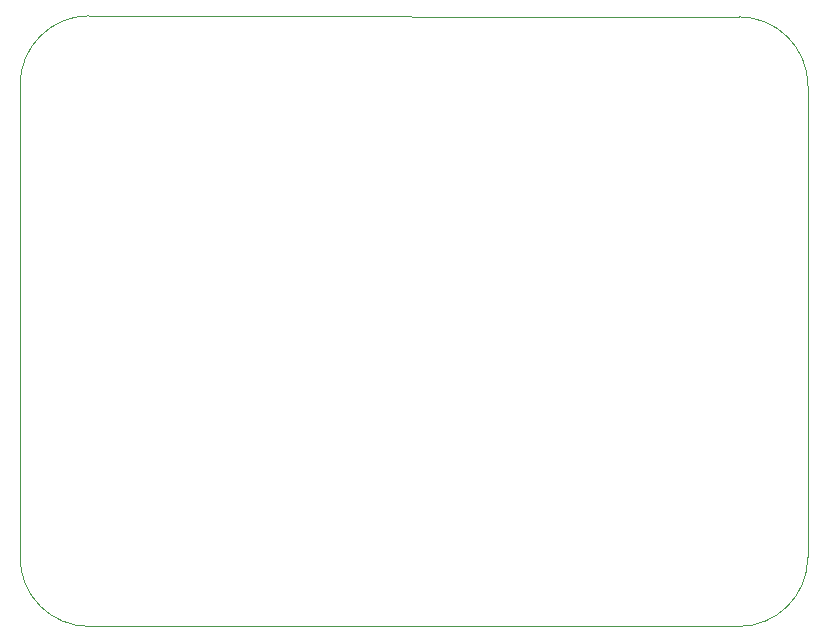
<source format=gbr>
%TF.GenerationSoftware,KiCad,Pcbnew,8.0.5*%
%TF.CreationDate,2024-12-11T15:25:16-08:00*%
%TF.ProjectId,ESP32-Proto,45535033-322d-4507-926f-746f2e6b6963,rev?*%
%TF.SameCoordinates,Original*%
%TF.FileFunction,Profile,NP*%
%FSLAX46Y46*%
G04 Gerber Fmt 4.6, Leading zero omitted, Abs format (unit mm)*
G04 Created by KiCad (PCBNEW 8.0.5) date 2024-12-11 15:25:16*
%MOMM*%
%LPD*%
G01*
G04 APERTURE LIST*
%TA.AperFunction,Profile*%
%ADD10C,0.050000*%
%TD*%
G04 APERTURE END LIST*
D10*
X182863425Y-75086575D02*
X182850000Y-115000000D01*
X177000000Y-120850000D02*
X122000000Y-120850000D01*
X177013425Y-69236575D02*
G75*
G02*
X182863425Y-75086575I-25J-5850025D01*
G01*
X122000000Y-120850000D02*
G75*
G02*
X116150000Y-115000000I0J5850000D01*
G01*
X122000000Y-69150000D02*
X177013425Y-69236575D01*
X116150000Y-75000000D02*
G75*
G02*
X122000000Y-69150000I5850000J0D01*
G01*
X116150000Y-115000000D02*
X116150000Y-75000000D01*
X182850000Y-115000000D02*
G75*
G02*
X177000000Y-120850000I-5850000J0D01*
G01*
M02*

</source>
